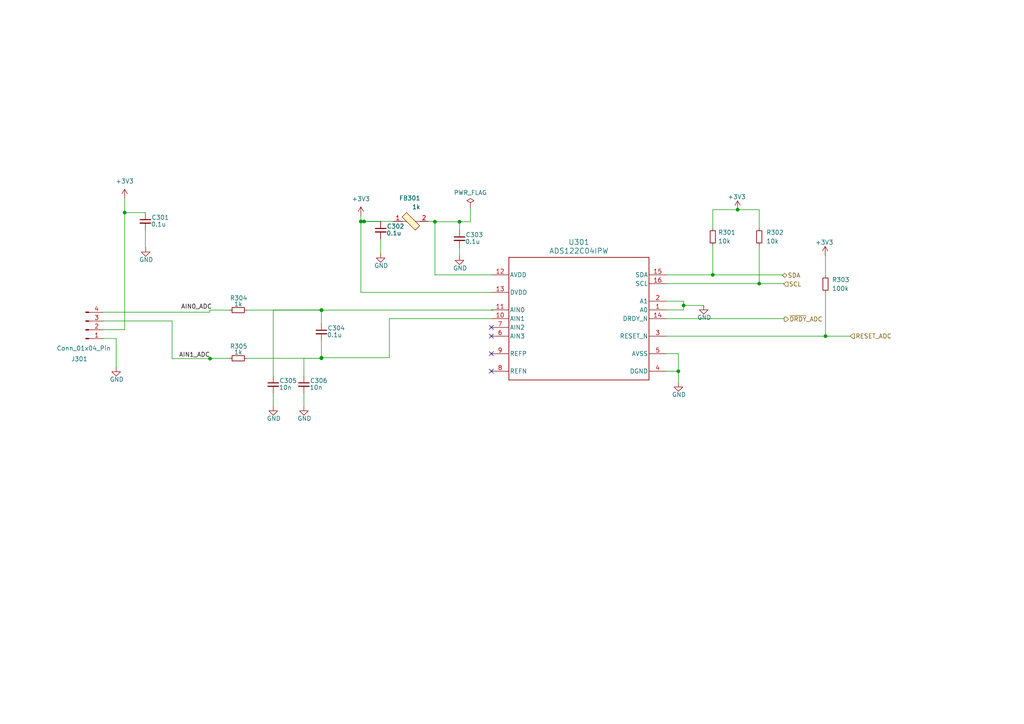
<source format=kicad_sch>
(kicad_sch (version 20231120) (generator "eeschema") (generator_version "8.0")
  (paper "A4")
  (title_block (title "Mixed Signal Board Project") (date "2024-06-24") (rev "V1.0") (company "open source") (comment 1 "this project for learning purposes"))
  (lib_symbols
    (symbol "ADS122C04IPW_ul:ADS122C04IPW" (pin_names (offset 0.254))
      (property "Reference" "U" (at 0 2.54 0))
      (property "Value" "ADS122C04IPW" (at 0 0 0))
      (symbol "ADS122C04IPW_0_1"
        (polyline (pts (xy -20.32 -17.78) (xy 20.32 -17.78)) (stroke (width 0.2032)))
        (polyline (pts (xy -20.32 17.78) (xy -20.32 -17.78)) (stroke (width 0.2032)))
        (polyline (pts (xy 20.32 -17.78) (xy 20.32 17.78)) (stroke (width 0.2032)))
        (polyline (pts (xy 20.32 17.78) (xy -20.32 17.78)) (stroke (width 0.2032)))
        (pin input line (at 25.4 2.54 180) (length 5.08) (name "A0") (number "1"))
        (pin input line (at -25.4 0 0) (length 5.08) (name "AIN1") (number "10"))
        (pin input line (at -25.4 2.54 0) (length 5.08) (name "AIN0") (number "11"))
        (pin power_in line (at -25.4 12.7 0) (length 5.08) (name "AVDD") (number "12"))
        (pin power_in line (at -25.4 7.62 0) (length 5.08) (name "DVDD") (number "13"))
        (pin output line (at 25.4 0 180) (length 5.08) (name "DRDY_N") (number "14"))
        (pin bidirectional line (at 25.4 12.7 180) (length 5.08) (name "SDA") (number "15"))
        (pin input line (at 25.4 10.16 180) (length 5.08) (name "SCL") (number "16"))
        (pin input line (at 25.4 5.08 180) (length 5.08) (name "A1") (number "2"))
        (pin input line (at 25.4 -5.08 180) (length 5.08) (name "RESET_N") (number "3"))
        (pin power_in line (at 25.4 -15.24 180) (length 5.08) (name "DGND") (number "4"))
        (pin power_in line (at 25.4 -10.16 180) (length 5.08) (name "AVSS") (number "5"))
        (pin input line (at -25.4 -5.08 0) (length 5.08) (name "AIN3") (number "6"))
        (pin input line (at -25.4 -2.54 0) (length 5.08) (name "AIN2") (number "7"))
        (pin input line (at -25.4 -15.24 0) (length 5.08) (name "REFN") (number "8"))
        (pin input line (at -25.4 -10.16 0) (length 5.08) (name "REFP") (number "9"))
      )
    )
    (symbol "Connector:Conn_01x04_Pin" (pin_names (offset 1.016) hide)
      (property "Reference" "J" (at 0 5.08 0))
      (property "Value" "Conn_01x04_Pin" (at 0 -7.62 0))
      (symbol "Conn_01x04_Pin_1_1"
        (polyline (pts (xy 1.27 -5.08) (xy 0.8636 -5.08)) (stroke (width 0.1524)))
        (polyline (pts (xy 1.27 -2.54) (xy 0.8636 -2.54)) (stroke (width 0.1524)))
        (polyline (pts (xy 1.27 0) (xy 0.8636 0)) (stroke (width 0.1524)))
        (polyline (pts (xy 1.27 2.54) (xy 0.8636 2.54)) (stroke (width 0.1524)))
        (rectangle (start 0.8636 -4.953) (end 0 -5.207) (stroke (width 0.1524)) (fill (type outline)))
        (rectangle (start 0.8636 -2.413) (end 0 -2.667) (stroke (width 0.1524)) (fill (type outline)))
        (rectangle (start 0.8636 0.127) (end 0 -0.127) (stroke (width 0.1524)) (fill (type outline)))
        (rectangle (start 0.8636 2.667) (end 0 2.413) (stroke (width 0.1524)) (fill (type outline)))
        (pin passive line (at 5.08 2.54 180) (length 3.81) (name "Pin_1") (number "1"))
        (pin passive line (at 5.08 0 180) (length 3.81) (name "Pin_2") (number "2"))
        (pin passive line (at 5.08 -2.54 180) (length 3.81) (name "Pin_3") (number "3"))
        (pin passive line (at 5.08 -5.08 180) (length 3.81) (name "Pin_4") (number "4"))
      )
    )
    (symbol "Device:C_Small" (pin_numbers hide) (pin_names (offset 0.254) hide)
      (property "Reference" "C" (at 0.254 1.778 0))
      (property "Value" "C_Small" (at 0.254 -2.032 0))
      (symbol "C_Small_0_1"
        (polyline (pts (xy -1.524 -0.508) (xy 1.524 -0.508)) (stroke (width 0.3302)))
        (polyline (pts (xy -1.524 0.508) (xy 1.524 0.508)) (stroke (width 0.3048)))
      )
      (symbol "C_Small_1_1"
        (pin passive line (at 0 2.54 270) (length 2.032) (name "~") (number "1"))
        (pin passive line (at 0 -2.54 90) (length 2.032) (name "~") (number "2"))
      )
    )
    (symbol "Device:R_Small" (pin_numbers hide) (pin_names (offset 0.254) hide)
      (property "Reference" "R" (at 0.762 0.508 0))
      (property "Value" "R_Small" (at 0.762 -1.016 0))
      (symbol "R_Small_0_1"
        (rectangle (start -0.762 1.778) (end 0.762 -1.778) (stroke (width 0.2032)))
      )
      (symbol "R_Small_1_1"
        (pin passive line (at 0 2.54 270) (length 0.762) (name "~") (number "1"))
        (pin passive line (at 0 -2.54 90) (length 0.762) (name "~") (number "2"))
      )
    )
    (symbol "dk_Ferrite-Beads-and-Chips:BLM18HE152SN1D" (pin_names (offset 1.016))
      (property "Reference" "FB" (at -2.54 3.81 0))
      (property "Value" "BLM18HE152SN1D" (at 0 -3.81 0))
      (symbol "BLM18HE152SN1D_0_1"
        (polyline (pts (xy -1.27 0) (xy -2.54 0)))
        (polyline (pts (xy 1.27 0) (xy 2.54 0)))
        (polyline (pts (xy -1.27 2.54) (xy -2.54 1.27) (xy 1.27 -2.54) (xy 2.54 -1.27) (xy -1.27 2.54)) (fill (type background)))
      )
      (symbol "BLM18HE152SN1D_1_1"
        (pin passive line (at -5.08 0 0) (length 2.54) (name "~") (number "1"))
        (pin passive line (at 5.08 0 180) (length 2.54) (name "~") (number "2"))
      )
    )
    (symbol "power:+3V3" (power) (pin_names (offset 0))
      (property "Value" "+3V3" (at 0 3.556 0))
      (symbol "+3V3_0_1"
        (polyline (pts (xy -0.762 1.27) (xy 0 2.54)))
        (polyline (pts (xy 0 0) (xy 0 2.54)))
        (polyline (pts (xy 0 2.54) (xy 0.762 1.27)))
      )
      (symbol "+3V3_1_1"
        (pin power_in line (at 0 0 90) (length 0) hide (name "+3V3") (number "1"))
      )
    )
    (symbol "power:GND" (power) (pin_names (offset 0))
      (property "Value" "GND" (at 0 -3.81 0))
      (symbol "GND_0_1"
        (polyline (pts (xy 0 0) (xy 0 -1.27) (xy 1.27 -1.27) (xy 0 -2.54) (xy -1.27 -1.27) (xy 0 -1.27)))
      )
      (symbol "GND_1_1"
        (pin power_in line (at 0 0 270) (length 0) hide (name "GND") (number "1"))
      )
    )
    (symbol "power:PWR_FLAG" (power) (pin_numbers hide) (pin_names (offset 0) hide)
      (property "Value" "PWR_FLAG" (at 0 3.81 0))
      (symbol "PWR_FLAG_0_0"
        (pin power_out line (at 0 0 90) (length 0) (name "pwr") (number "1"))
      )
      (symbol "PWR_FLAG_0_1"
        (polyline (pts (xy 0 0) (xy 0 1.27) (xy -1.016 1.905) (xy 0 2.54) (xy 1.016 1.905) (xy 0 1.27)))
      )
    )
  )
  (junction (at 36.1544 61.6645))
  (junction (at 104.6616 64.2345))
  (junction (at 213.9363 60.8168))
  (junction (at 239.4247 97.5059))
  (junction (at 60.9222 104.0173))
  (junction (at 198.2706 88.5912))
  (junction (at 93.2212 89.9491))
  (junction (at 105.6049 64.2345))
  (junction (at 220.2025 82.2659))
  (junction (at 126.1596 64.3188))
  (junction (at 93.2458 89.9491))
  (junction (at 93.2212 103.9106))
  (junction (at 93.2212 103.7499))
  (junction (at 196.7464 107.6659))
  (junction (at 206.7386 79.7259))
  (junction (at 133.273 64.3188))
  (no_connect (at 142.5088 102.5859))
  (no_connect (at 142.5088 97.5059))
  (no_connect (at 142.5088 94.9659))
  (no_connect (at 142.5088 107.6659))
  (wire (pts (xy 198.2706 89.8859) (xy 193.3088 89.8859)))
  (wire (pts (xy 227.3156 82.2659) (xy 227.3156 82.4097)))
  (wire (pts (xy 193.3088 87.3459) (xy 198.2706 87.3459)))
  (wire (pts (xy 220.2025 60.8168) (xy 213.9363 60.8168)))
  (wire (pts (xy 239.4247 74.0264) (xy 239.34 74.0264)))
  (wire (pts (xy 105.6049 64.2345) (xy 110.4096 64.2345)))
  (wire (pts (xy 105.6049 64.2345) (xy 104.6616 64.2345)))
  (wire (pts (xy 93.2212 103.9106) (xy 93.2212 103.7499)))
  (wire (pts (xy 29.9411 90.5537) (xy 60.8375 90.5537)))
  (wire (pts (xy 206.7386 66.1516) (xy 206.7386 60.8168)))
  (wire (pts (xy 49.9139 93.0937) (xy 49.9139 104.0173)))
  (wire (pts (xy 71.6312 89.9491) (xy 93.2212 89.9491)))
  (wire (pts (xy 142.5088 92.4259) (xy 112.9204 92.4259)))
  (wire (pts (xy 29.9411 93.0937) (xy 29.9411 93.119)))
  (wire (pts (xy 143.0401 89.8859) (xy 142.5088 89.8859)))
  (wire (pts (xy 239.4247 97.5059) (xy 246.638 97.5059)))
  (wire (pts (xy 60.9222 104.0173) (xy 60.9222 104.1867)))
  (wire (pts (xy 220.2025 66.152) (xy 220.2025 60.8168)))
  (wire (pts (xy 239.4247 79.8697) (xy 239.4247 74.0264)))
  (wire (pts (xy 136.4327 60.0957) (xy 136.4327 64.3188)))
  (wire (pts (xy 193.3088 107.6659) (xy 196.7464 107.6659)))
  (wire (pts (xy 93.2212 103.7499) (xy 93.2212 98.8391)))
  (wire (pts (xy 79.2512 114.0791) (xy 79.2512 117.8891)))
  (wire (pts (xy 114.1026 64.2091) (xy 105.6049 64.2091)))
  (wire (pts (xy 49.9139 104.0173) (xy 60.9222 104.0173)))
  (wire (pts (xy 133.273 66.6906) (xy 133.273 64.3188)))
  (wire (pts (xy 126.1596 64.2091) (xy 126.1596 64.3188)))
  (wire (pts (xy 143.0401 89.9491) (xy 143.0401 89.8859)))
  (wire (pts (xy 226.9769 79.7259) (xy 226.9769 79.8693)))
  (wire (pts (xy 196.7464 102.5859) (xy 196.7464 107.6659)))
  (wire (pts (xy 29.9411 95.6337) (xy 36.1544 95.6337)))
  (wire (pts (xy 206.7386 71.2316) (xy 206.7386 79.7259)))
  (wire (pts (xy 193.3088 97.5059) (xy 239.4247 97.5059)))
  (wire (pts (xy 136.4327 64.3188) (xy 133.273 64.3188)))
  (wire (pts (xy 60.8375 89.9491) (xy 60.8375 90.5537)))
  (wire (pts (xy 36.1544 57.4301) (xy 36.1544 61.6645)))
  (wire (pts (xy 124.2626 64.2091) (xy 126.1596 64.2091)))
  (wire (pts (xy 42.1667 66.7445) (xy 42.1667 71.8256)))
  (wire (pts (xy 29.9411 98.1737) (xy 29.9411 98.199)))
  (wire (pts (xy 71.6312 103.9191) (xy 93.2212 103.9191)))
  (wire (pts (xy 206.7386 60.8168) (xy 213.9363 60.8168)))
  (wire (pts (xy 79.2512 89.9298) (xy 93.2458 89.9298)))
  (wire (pts (xy 112.9204 103.7499) (xy 93.2212 103.7499)))
  (wire (pts (xy 66.5512 103.9191) (xy 60.9222 103.9191)))
  (wire (pts (xy 104.6616 62.5597) (xy 104.6616 64.2345)))
  (wire (pts (xy 206.7386 79.7259) (xy 226.9769 79.7259)))
  (wire (pts (xy 220.2025 82.2659) (xy 227.3156 82.2659)))
  (wire (pts (xy 88.1412 108.9991) (xy 88.1412 103.9106)))
  (wire (pts (xy 60.9222 103.9191) (xy 60.9222 104.0173)))
  (wire (pts (xy 133.273 64.3188) (xy 126.1596 64.3188)))
  (wire (pts (xy 133.273 71.7706) (xy 133.273 74.2263)))
  (wire (pts (xy 193.3088 102.5859) (xy 196.7464 102.5859)))
  (wire (pts (xy 29.9411 93.0937) (xy 49.9139 93.0937)))
  (wire (pts (xy 193.3088 79.7259) (xy 206.7386 79.7259)))
  (wire (pts (xy 193.3088 82.2659) (xy 220.2025 82.2659)))
  (wire (pts (xy 193.3088 92.4259) (xy 227.4472 92.4259)))
  (wire (pts (xy 104.6616 64.2345) (xy 104.6616 84.8059)))
  (wire (pts (xy 198.2706 87.3459) (xy 198.2706 88.5912)))
  (wire (pts (xy 93.2212 89.9491) (xy 93.2212 93.7591)))
  (wire (pts (xy 79.2512 108.9991) (xy 79.2512 89.9298)))
  (wire (pts (xy 33.6988 98.1737) (xy 33.6988 106.544)))
  (wire (pts (xy 66.5512 89.9491) (xy 60.8375 89.9491)))
  (wire (pts (xy 42.1667 61.6645) (xy 36.1544 61.6645)))
  (wire (pts (xy 105.6049 64.2091) (xy 105.6049 64.2345)))
  (wire (pts (xy 142.5088 79.7259) (xy 126.1596 79.7259)))
  (wire (pts (xy 93.2458 89.9491) (xy 143.0401 89.9491)))
  (wire (pts (xy 227.4472 92.4259) (xy 227.4472 92.5699)))
  (wire (pts (xy 246.638 97.5059) (xy 246.638 97.4946)))
  (wire (pts (xy 36.1544 61.6645) (xy 36.1544 95.6337)))
  (wire (pts (xy 112.9204 92.4259) (xy 112.9204 103.7499)))
  (wire (pts (xy 93.2212 89.9491) (xy 93.2458 89.9491)))
  (wire (pts (xy 126.1596 79.7259) (xy 126.1596 64.3188)))
  (wire (pts (xy 198.2706 88.5912) (xy 198.2706 89.8859)))
  (wire (pts (xy 29.9411 95.6337) (xy 29.9411 95.659)))
  (wire (pts (xy 142.5088 84.8059) (xy 104.6616 84.8059)))
  (wire (pts (xy 93.2212 103.9191) (xy 93.2212 103.9106)))
  (wire (pts (xy 239.4247 84.9497) (xy 239.4247 97.5059)))
  (wire (pts (xy 88.1412 103.9106) (xy 93.2212 103.9106)))
  (wire (pts (xy 88.1412 114.0791) (xy 88.1412 117.8891)))
  (wire (pts (xy 196.7464 107.6659) (xy 196.762 107.6659)))
  (wire (pts (xy 93.2458 89.9298) (xy 93.2458 89.9491)))
  (wire (pts (xy 220.2025 71.232) (xy 220.2025 82.2659)))
  (wire (pts (xy 204.1135 88.5912) (xy 198.2706 88.5912)))
  (wire (pts (xy 42.1667 71.8256) (xy 42.2513 71.8256)))
  (wire (pts (xy 29.9411 90.5537) (xy 29.9411 90.579)))
  (wire (pts (xy 29.9411 98.1737) (xy 33.6988 98.1737)))
  (wire (pts (xy 196.762 107.6659) (xy 196.762 110.9586)))
  (wire (pts (xy 110.4096 69.3145) (xy 110.4096 73.5488)))
  (label "AIN1_ADC" (at 60.9222 103.9191 180))
  (label "AIN0_ADC" (at 61.5149 89.9491 180))
  (hierarchical_label "RESET_ADC" (shape input) (at 246.638 97.4946 0))
  (hierarchical_label "SCL" (shape input) (at 227.3156 82.4097 0))
  (hierarchical_label "~{DRDY}_ADC" (shape output) (at 227.4472 92.5699 0))
  (hierarchical_label "SDA" (shape bidirectional) (at 226.9769 79.8693 0))
  (symbol (lib_id "Device:C_Small") (at 88.1412 111.5391 0) (unit 1)
    (property "Reference" "C306" (at 89.9053 110.41 0) (effects (justify left)))
    (property "Value" "10n" (at 89.7642 112.3859 0) (effects (justify left)))
    (property "Footprint" "Capacitor_SMD:C_0805_2012Metric" (effects (hide yes)))
    (property "Description" "Unpolarized capacitor, small symbol" (effects (hide yes)))
  )
  (symbol (lib_id "power:GND") (at 88.1412 117.8891 0) (unit 1)
    (property "Reference" "#PWR0312" (effects (hide yes)))
    (property "Value" "GND" (at 88.2934 121.3876 0))
    (property "Description" "Power symbol creates a global label with name \"GND\" , ground" (effects (hide yes)))
  )
  (symbol (lib_id "power:+3V3") (at 239.34 74.0264 0) (unit 1)
    (property "Reference" "#PWR0306" (effects (hide yes)))
    (property "Value" "+3V3" (at 239.086 70.3005 0))
    (property "Description" "Power symbol creates a global label with name \"+3V3\"" (effects (hide yes)))
  )
  (symbol (lib_id "Device:R_Small") (at 206.7386 68.6916 0) (unit 1)
    (property "Reference" "R301" (at 208.2527 67.4215 0) (effects (justify left)))
    (property "Value" "10k" (at 208.2527 69.9615 0) (effects (justify left)))
    (property "Footprint" "Resistor_SMD:R_0805_2012Metric_Pad1.20x1.40mm_HandSolder" (effects (hide yes)))
    (property "Description" "Resistor, small symbol" (effects (hide yes)))
  )
  (symbol (lib_id "power:PWR_FLAG") (at 136.4327 60.0957 0) (unit 1)
    (property "Reference" "#FLG0404" (effects (hide yes)))
    (property "Value" "PWR_FLAG" (at 136.4327 55.88 0))
    (property "Description" "Special symbol for telling ERC where power comes from" (effects (hide yes)))
  )
  (symbol (lib_id "power:GND") (at 79.2512 117.8891 0) (unit 1)
    (property "Reference" "#PWR0311" (effects (hide yes)))
    (property "Value" "GND" (at 79.4034 121.3876 0))
    (property "Description" "Power symbol creates a global label with name \"GND\" , ground" (effects (hide yes)))
  )
  (symbol (lib_id "dk_Ferrite-Beads-and-Chips:BLM18HE152SN1D") (at 119.1826 64.2091 0) (unit 1)
    (property "Reference" "FB301" (at 121.9583 57.4772 0) (effects (justify right)))
    (property "Value" "1k" (at 121.9583 60.0172 0) (effects (justify right)))
    (property "Footprint" "digikey-footprints:0603" (effects (hide yes)))
    (property "Datasheet" "https://www.murata.com/en-us/products/productdata/8796741599262/ENFA0004.pdf" (effects (hide yes)))
    (property "Description" "FERRITE BEAD 1.5 KOHM 0603 1LN" (effects (hide yes)))
    (property "Digi-Key_PN" "490-5216-1-ND" (effects (hide yes)))
    (property "MPN" "BLM18HE152SN1D" (effects (hide yes)))
    (property "Category" "Filters" (effects (hide yes)))
    (property "Family" "Ferrite Beads and Chips" (effects (hide yes)))
    (property "DK_Datasheet_Link" "https://www.murata.com/en-us/products/productdata/8796741599262/ENFA0004.pdf" (effects (hide yes)))
    (property "DK_Detail_Page" "/product-detail/en/murata-electronics-north-america/BLM18HE152SN1D/490-5216-1-ND/1948392" (effects (hide yes)))
    (property "Description_1" "FERRITE BEAD 1.5 KOHM 0603 1LN" (effects (hide yes)))
    (property "Manufacturer" "Murata Electronics North America" (effects (hide yes)))
    (property "Status" "Active" (effects (hide yes)))
  )
  (symbol (lib_id "Device:C_Small") (at 79.2512 111.5391 0) (unit 1)
    (property "Reference" "C305" (at 81.0153 110.41 0) (effects (justify left)))
    (property "Value" "10n" (at 80.8742 112.3859 0) (effects (justify left)))
    (property "Footprint" "Capacitor_SMD:C_0805_2012Metric" (effects (hide yes)))
    (property "Description" "Unpolarized capacitor, small symbol" (effects (hide yes)))
  )
  (symbol (lib_id "Device:R_Small") (at 69.0912 103.9191 90) (unit 1)
    (property "Reference" "R305" (at 69.2277 100.4435 90))
    (property "Value" "1k" (at 69.1101 102.1488 90))
    (property "Footprint" "Resistor_SMD:R_0805_2012Metric_Pad1.20x1.40mm_HandSolder" (effects (hide yes)))
    (property "Description" "Resistor, small symbol" (effects (hide yes)))
  )
  (symbol (lib_id "power:+3V3") (at 36.1544 57.4301 0) (unit 1)
    (property "Reference" "#PWR0301" (effects (hide yes)))
    (property "Value" "+3V3" (at 36.1544 52.5634 0))
    (property "Description" "Power symbol creates a global label with name \"+3V3\"" (effects (hide yes)))
  )
  (symbol (lib_id "power:GND") (at 110.4096 73.5488 0) (unit 1)
    (property "Reference" "#PWR0305" (effects (hide yes)))
    (property "Value" "GND" (at 110.5618 77.0473 0))
    (property "Description" "Power symbol creates a global label with name \"GND\" , ground" (effects (hide yes)))
  )
  (symbol (lib_id "Device:C_Small") (at 110.4096 66.7745 0) (unit 1)
    (property "Reference" "C302" (at 112.1737 65.6454 0) (effects (justify left)))
    (property "Value" "0.1u" (at 112.0326 67.6213 0) (effects (justify left)))
    (property "Footprint" "Capacitor_SMD:C_0805_2012Metric" (effects (hide yes)))
    (property "Description" "Unpolarized capacitor, small symbol" (effects (hide yes)))
  )
  (symbol (lib_id "Device:R_Small") (at 239.4247 82.4097 0) (unit 1)
    (property "Reference" "R303" (at 241.3 81.1396 0) (effects (justify left)))
    (property "Value" "100k" (at 241.3 83.6796 0) (effects (justify left)))
    (property "Footprint" "Resistor_SMD:R_0805_2012Metric_Pad1.20x1.40mm_HandSolder" (effects (hide yes)))
    (property "Description" "Resistor, small symbol" (effects (hide yes)))
  )
  (symbol (lib_id "Device:R_Small") (at 220.2025 68.692 0) (unit 1)
    (property "Reference" "R302" (at 222.2227 67.4219 0) (effects (justify left)))
    (property "Value" "10k" (at 222.2227 69.9619 0) (effects (justify left)))
    (property "Footprint" "Resistor_SMD:R_0805_2012Metric_Pad1.20x1.40mm_HandSolder" (effects (hide yes)))
    (property "Description" "Resistor, small symbol" (effects (hide yes)))
  )
  (symbol (lib_id "power:GND") (at 33.6988 106.544 0) (unit 1)
    (property "Reference" "#PWR0309" (effects (hide yes)))
    (property "Value" "GND" (at 33.851 110.0425 0))
    (property "Description" "Power symbol creates a global label with name \"GND\" , ground" (effects (hide yes)))
  )
  (symbol (lib_id "power:GND") (at 196.762 110.9586 0) (unit 1)
    (property "Reference" "#PWR0310" (effects (hide yes)))
    (property "Value" "GND" (at 196.9142 114.4571 0))
    (property "Description" "Power symbol creates a global label with name \"GND\" , ground" (effects (hide yes)))
  )
  (symbol (lib_id "power:GND") (at 42.2513 71.8256 0) (unit 1)
    (property "Reference" "#PWR0304" (effects (hide yes)))
    (property "Value" "GND" (at 42.4035 75.3241 0))
    (property "Description" "Power symbol creates a global label with name \"GND\" , ground" (effects (hide yes)))
  )
  (symbol (lib_id "power:GND") (at 204.1135 88.5912 0) (unit 1)
    (property "Reference" "#PWR0308" (effects (hide yes)))
    (property "Value" "GND" (at 204.2657 92.0897 0))
    (property "Description" "Power symbol creates a global label with name \"GND\" , ground" (effects (hide yes)))
  )
  (symbol (lib_id "power:GND") (at 133.273 74.2263 0) (unit 1)
    (property "Reference" "#PWR0307" (effects (hide yes)))
    (property "Value" "GND" (at 133.4467 77.7824 0))
    (property "Description" "Power symbol creates a global label with name \"GND\" , ground" (effects (hide yes)))
  )
  (symbol (lib_id "Device:C_Small") (at 133.273 69.2306 0) (unit 1)
    (property "Reference" "C303" (at 135.0371 68.1015 0) (effects (justify left)))
    (property "Value" "0.1u" (at 134.896 70.0774 0) (effects (justify left)))
    (property "Footprint" "Capacitor_SMD:C_0805_2012Metric" (effects (hide yes)))
    (property "Description" "Unpolarized capacitor, small symbol" (effects (hide yes)))
  )
  (symbol (lib_id "Device:C_Small") (at 93.2212 96.2991 0) (unit 1)
    (property "Reference" "C304" (at 94.9853 95.17 0) (effects (justify left)))
    (property "Value" "0.1u" (at 94.8442 97.1459 0) (effects (justify left)))
    (property "Footprint" "Capacitor_SMD:C_0805_2012Metric" (effects (hide yes)))
    (property "Description" "Unpolarized capacitor, small symbol" (effects (hide yes)))
  )
  (symbol (lib_id "ADS122C04IPW_ul:ADS122C04IPW") (at 167.9088 92.4259 0) (unit 1)
    (property "Reference" "U301" (at 167.9088 70.2298 0) (effects (font (size 1.524 1.524))))
    (property "Value" "ADS122C04IPW" (at 167.9088 72.7698 0) (effects (font (size 1.524 1.524))))
    (property "Footprint" "footprints:PW0016A_N" (effects (hide yes)))
    (property "Datasheet" "ADS122C04IPW" (effects (hide yes)))
  )
  (symbol (lib_id "power:+3V3") (at 104.6616 62.5597 0) (unit 1)
    (property "Reference" "#PWR0303" (effects (hide yes)))
    (property "Value" "+3V3" (at 104.6616 57.693 0))
    (property "Description" "Power symbol creates a global label with name \"+3V3\"" (effects (hide yes)))
  )
  (symbol (lib_id "Device:R_Small") (at 69.0912 89.9491 90) (unit 1)
    (property "Reference" "R304" (at 69.2277 86.4479 90))
    (property "Value" "1k" (at 69.1101 88.2121 90))
    (property "Footprint" "Resistor_SMD:R_0805_2012Metric_Pad1.20x1.40mm_HandSolder" (effects (hide yes)))
    (property "Description" "Resistor, small symbol" (effects (hide yes)))
  )
  (symbol (lib_id "Connector:Conn_01x04_Pin") (at 24.8611 95.659 0) (mirror x) (unit 1)
    (property "Reference" "J301" (at 23.0148 104.1241 0))
    (property "Value" "Conn_01x04_Pin" (at 24.2849 101.0192 0))
    (property "Footprint" "Connector_PinHeader_2.00mm:PinHeader_1x04_P2.00mm_Vertical" (effects (hide yes)))
    (property "Description" "Generic connector, single row, 01x04, script generated" (effects (hide yes)))
  )
  (symbol (lib_id "Device:C_Small") (at 42.1667 64.2045 0) (unit 1)
    (property "Reference" "C301" (at 43.9308 63.0754 0) (effects (justify left)))
    (property "Value" "0.1u" (at 43.7897 65.0513 0) (effects (justify left)))
    (property "Footprint" "Capacitor_SMD:C_0805_2012Metric" (effects (hide yes)))
    (property "Description" "Unpolarized capacitor, small symbol" (effects (hide yes)))
  )
  (symbol (lib_id "power:+3V3") (at 213.9363 60.8168 0) (unit 1)
    (property "Reference" "#PWR0302" (effects (hide yes)))
    (property "Value" "+3V3" (at 213.6823 57.0909 0))
    (property "Description" "Power symbol creates a global label with name \"+3V3\"" (effects (hide yes)))
  )
)
</source>
